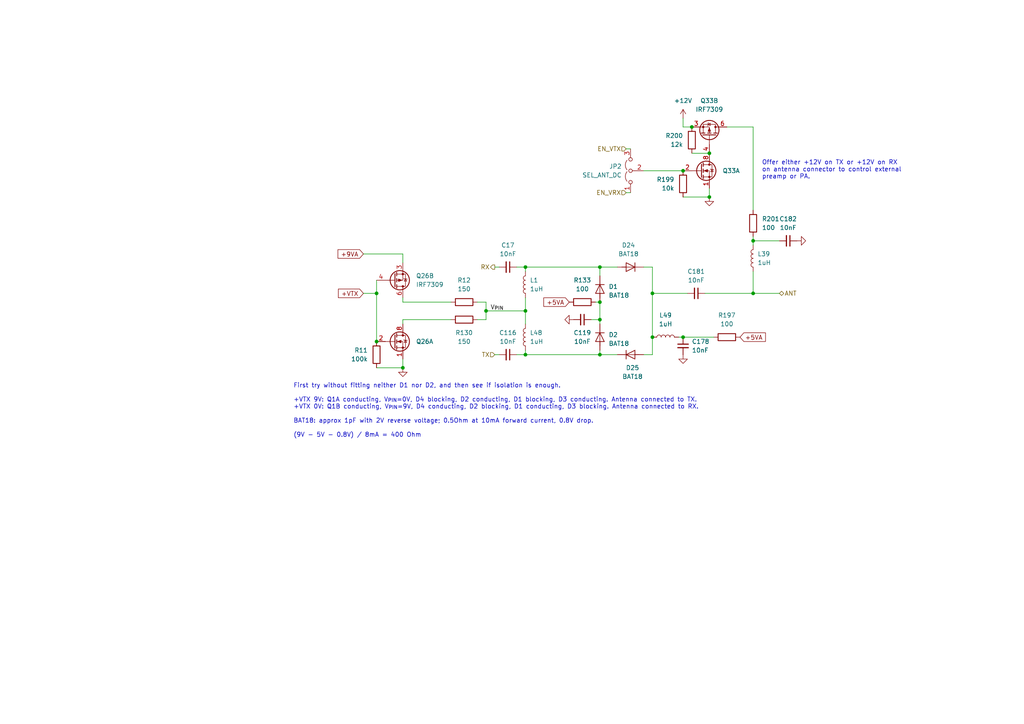
<source format=kicad_sch>
(kicad_sch (version 20211123) (generator eeschema)
  (paper "A4")
  (title_block (title "DART-70 TRX") (date "2023-03-06") (rev "0") (company "HB9EGM") (comment 1 "A 4m Band SSB/CW Transceiver"))
  (lib_symbols
    (symbol "BAT18_1" (pin_numbers hide) (pin_names (offset 0) hide)
      (property "Reference" "D" (at 0 2.54 0))
      (property "Value" "BAT18_1" (at 0 -2.54 0))
      (symbol "BAT18_1_0_1"
        (polyline (pts (xy -1.27 0) (xy 2.54 0)))
        (polyline (pts (xy -1.27 1.27) (xy -1.27 -1.27)) (stroke (width 0.2032)))
        (polyline (pts (xy 1.27 1.27) (xy 1.27 -1.27) (xy -1.27 0) (xy 1.27 1.27)) (stroke (width 0.2032)))
      )
      (symbol "BAT18_1_1_1"
        (pin passive line (at 3.81 0 180) (length 2.54) (name "A") (number "1"))
        (pin no_connect line (at -3.81 1.27 0) (length 2.54) hide (name "NC") (number "2"))
        (pin passive line (at -3.81 0 0) (length 2.54) (name "K") (number "3"))
      )
    )
    (symbol "BAT18_2" (pin_numbers hide) (pin_names (offset 0) hide)
      (property "Reference" "D" (at 0 2.54 0))
      (property "Value" "BAT18_2" (at 0 -2.54 0))
      (symbol "BAT18_2_0_1"
        (polyline (pts (xy -1.27 0) (xy 2.54 0)))
        (polyline (pts (xy -1.27 1.27) (xy -1.27 -1.27)) (stroke (width 0.2032)))
        (polyline (pts (xy 1.27 1.27) (xy 1.27 -1.27) (xy -1.27 0) (xy 1.27 1.27)) (stroke (width 0.2032)))
      )
      (symbol "BAT18_2_1_1"
        (pin passive line (at 3.81 0 180) (length 2.54) (name "A") (number "1"))
        (pin no_connect line (at -3.81 1.27 0) (length 2.54) hide (name "NC") (number "2"))
        (pin passive line (at -3.81 0 0) (length 2.54) (name "K") (number "3"))
      )
    )
    (symbol "BAT18_3" (pin_numbers hide) (pin_names (offset 0) hide)
      (property "Reference" "D" (at 0 2.54 0))
      (property "Value" "BAT18_3" (at 0 -2.54 0))
      (symbol "BAT18_3_0_1"
        (polyline (pts (xy -1.27 0) (xy 2.54 0)))
        (polyline (pts (xy -1.27 1.27) (xy -1.27 -1.27)) (stroke (width 0.2032)))
        (polyline (pts (xy 1.27 1.27) (xy 1.27 -1.27) (xy -1.27 0) (xy 1.27 1.27)) (stroke (width 0.2032)))
      )
      (symbol "BAT18_3_1_1"
        (pin passive line (at 3.81 0 180) (length 2.54) (name "A") (number "1"))
        (pin no_connect line (at -3.81 1.27 0) (length 2.54) hide (name "NC") (number "2"))
        (pin passive line (at -3.81 0 0) (length 2.54) (name "K") (number "3"))
      )
    )
    (symbol "Device:C_Small" (pin_numbers hide) (pin_names (offset 0.254) hide)
      (property "Reference" "C" (at 0.254 1.778 0))
      (property "Value" "C_Small" (at 0.254 -2.032 0))
      (symbol "C_Small_0_1"
        (polyline (pts (xy -1.524 -0.508) (xy 1.524 -0.508)) (stroke (width 0.3302)))
        (polyline (pts (xy -1.524 0.508) (xy 1.524 0.508)) (stroke (width 0.3048)))
      )
      (symbol "C_Small_1_1"
        (pin passive line (at 0 2.54 270) (length 2.032) (name "~") (number "1"))
        (pin passive line (at 0 -2.54 90) (length 2.032) (name "~") (number "2"))
      )
    )
    (symbol "Device:L" (pin_numbers hide) (pin_names (offset 1.016) hide)
      (property "Reference" "L" (at -1.27 0 90))
      (property "Value" "L" (at 1.905 0 90))
      (symbol "L_0_1"
        (arc (start 0 -2.54) (mid 0.635 -1.905) (end 0 -1.27))
        (arc (start 0 -1.27) (mid 0.635 -0.635) (end 0 0))
        (arc (start 0 0) (mid 0.635 0.635) (end 0 1.27))
        (arc (start 0 1.27) (mid 0.635 1.905) (end 0 2.54))
      )
      (symbol "L_1_1"
        (pin passive line (at 0 3.81 270) (length 1.27) (name "1") (number "1"))
        (pin passive line (at 0 -3.81 90) (length 1.27) (name "2") (number "2"))
      )
    )
    (symbol "Device:R" (pin_numbers hide) (pin_names (offset 0))
      (property "Reference" "R" (at 2.032 0 90))
      (property "Value" "R" (at 0 0 90))
      (symbol "R_0_1"
        (rectangle (start -1.016 -2.54) (end 1.016 2.54) (stroke (width 0.254)))
      )
      (symbol "R_1_1"
        (pin passive line (at 0 3.81 270) (length 1.27) (name "~") (number "1"))
        (pin passive line (at 0 -3.81 90) (length 1.27) (name "~") (number "2"))
      )
    )
    (symbol "Jumper:Jumper_3_Open" (pin_names (offset 0) hide)
      (property "Reference" "JP" (at -2.54 -2.54 0))
      (property "Value" "Jumper_3_Open" (at 0 2.794 0))
      (symbol "Jumper_3_Open_0_0"
        (circle (center -3.302 0) (radius 0.508))
        (circle (center 0 0) (radius 0.508))
        (circle (center 3.302 0) (radius 0.508))
      )
      (symbol "Jumper_3_Open_0_1"
        (arc (start -0.254 1.016) (mid -1.651 1.4992) (end -3.048 1.016))
        (polyline (pts (xy 0 -0.508) (xy 0 -1.27)))
        (arc (start 3.048 1.016) (mid 1.651 1.4992) (end 0.254 1.016))
      )
      (symbol "Jumper_3_Open_1_1"
        (pin passive line (at -6.35 0 0) (length 2.54) (name "A") (number "1"))
        (pin passive line (at 0 -3.81 90) (length 2.54) (name "C") (number "2"))
        (pin passive line (at 6.35 0 180) (length 2.54) (name "B") (number "3"))
      )
    )
    (symbol "Transistor_FET:IRF7309IPBF" (pin_names hide)
      (property "Reference" "Q" (at 5.08 1.905 0))
      (property "Value" "IRF7309IPBF" (at 5.08 0 0))
      (symbol "IRF7309IPBF_0_1"
        (polyline (pts (xy 0.254 0) (xy -2.54 0)))
        (polyline (pts (xy 0.254 1.905) (xy 0.254 -1.905)) (stroke (width 0.254)))
        (polyline (pts (xy 0.762 -1.27) (xy 0.762 -2.286)) (stroke (width 0.254)))
        (polyline (pts (xy 0.762 0.508) (xy 0.762 -0.508)) (stroke (width 0.254)))
        (polyline (pts (xy 0.762 2.286) (xy 0.762 1.27)) (stroke (width 0.254)))
        (polyline (pts (xy 2.54 2.54) (xy 2.54 1.778)))
        (polyline (pts (xy 2.54 -2.54) (xy 2.54 0) (xy 0.762 0)))
        (polyline (pts (xy 0.762 -1.778) (xy 3.302 -1.778) (xy 3.302 1.778) (xy 0.762 1.778)))
        (circle (center 1.651 0) (radius 2.794) (stroke (width 0.254)))
        (circle (center 2.54 -1.778) (radius 0.254) (fill (type outline)))
        (circle (center 2.54 1.778) (radius 0.254) (fill (type outline)))
      )
      (symbol "IRF7309IPBF_1_1"
        (polyline (pts (xy 1.016 0) (xy 2.032 0.381) (xy 2.032 -0.381) (xy 1.016 0)) (fill (type outline)))
        (polyline (pts (xy 2.794 0.508) (xy 2.921 0.381) (xy 3.683 0.381) (xy 3.81 0.254)))
        (polyline (pts (xy 3.302 0.381) (xy 2.921 -0.254) (xy 3.683 -0.254) (xy 3.302 0.381)))
        (pin passive line (at 2.54 -5.08 90) (length 2.54) (name "S") (number "1"))
        (pin input line (at -5.08 0 0) (length 2.54) (name "G") (number "2"))
        (pin passive line (at 2.54 5.08 270) (length 2.54) hide (name "D") (number "7"))
        (pin passive line (at 2.54 5.08 270) (length 2.54) (name "D") (number "8"))
      )
      (symbol "IRF7309IPBF_2_1"
        (polyline (pts (xy 2.286 0) (xy 1.27 0.381) (xy 1.27 -0.381) (xy 2.286 0)) (fill (type outline)))
        (polyline (pts (xy 2.794 -0.508) (xy 2.921 -0.381) (xy 3.683 -0.381) (xy 3.81 -0.254)))
        (polyline (pts (xy 3.302 -0.381) (xy 2.921 0.254) (xy 3.683 0.254) (xy 3.302 -0.381)))
        (pin passive line (at 2.54 -5.08 90) (length 2.54) (name "1") (number "3"))
        (pin input line (at -5.08 0 0) (length 2.54) (name "G") (number "4"))
        (pin passive line (at 2.54 5.08 270) (length 2.54) hide (name "D") (number "5"))
        (pin passive line (at 2.54 5.08 270) (length 2.54) (name "D") (number "6"))
      )
    )
    (symbol "mpb:BAT18" (pin_numbers hide) (pin_names (offset 0) hide)
      (property "Reference" "D" (at 0 2.54 0))
      (property "Value" "BAT18" (at 0 -2.54 0))
      (symbol "BAT18_0_1"
        (polyline (pts (xy -1.27 0) (xy 2.54 0)))
        (polyline (pts (xy -1.27 1.27) (xy -1.27 -1.27)) (stroke (width 0.2032)))
        (polyline (pts (xy 1.27 1.27) (xy 1.27 -1.27) (xy -1.27 0) (xy 1.27 1.27)) (stroke (width 0.2032)))
      )
      (symbol "BAT18_1_1"
        (pin passive line (at 3.81 0 180) (length 2.54) (name "A") (number "1"))
        (pin no_connect line (at -3.81 1.27 0) (length 2.54) hide (name "NC") (number "2"))
        (pin passive line (at -3.81 0 0) (length 2.54) (name "K") (number "3"))
      )
    )
    (symbol "power:+12V" (power) (pin_names (offset 0))
      (property "Value" "+12V" (at 0 3.556 0))
      (symbol "+12V_0_1"
        (polyline (pts (xy -0.762 1.27) (xy 0 2.54)))
        (polyline (pts (xy 0 0) (xy 0 2.54)))
        (polyline (pts (xy 0 2.54) (xy 0.762 1.27)))
      )
      (symbol "+12V_1_1"
        (pin power_in line (at 0 0 90) (length 0) hide (name "+12V") (number "1"))
      )
    )
    (symbol "power:GND" (power) (pin_names (offset 0))
      (property "Value" "GND" (at 0 -3.81 0))
      (symbol "GND_0_1"
        (polyline (pts (xy 0 0) (xy 0 -1.27) (xy 1.27 -1.27) (xy 0 -2.54) (xy -1.27 -1.27) (xy 0 -1.27)))
      )
      (symbol "GND_1_1"
        (pin power_in line (at 0 0 270) (length 0) hide (name "GND") (number "1"))
      )
    )
  )
  (junction (at 189.23 85.09))
  (junction (at 152.4 102.87))
  (junction (at 109.22 99.06))
  (junction (at 173.99 87.63))
  (junction (at 116.84 106.68))
  (junction (at 140.97 90.17))
  (junction (at 205.74 44.45))
  (junction (at 200.66 36.83))
  (junction (at 198.12 97.79))
  (junction (at 173.99 77.47))
  (junction (at 189.23 97.79))
  (junction (at 173.99 92.71))
  (junction (at 152.4 77.47))
  (junction (at 152.4 90.17))
  (junction (at 109.22 85.09))
  (junction (at 218.44 69.85))
  (junction (at 218.44 85.09))
  (junction (at 205.74 57.15))
  (junction (at 198.12 49.53))
  (junction (at 173.99 102.87))
  (wire (pts (xy 149.86 77.47) (xy 152.4 77.47)))
  (wire (pts (xy 189.23 97.79) (xy 189.23 102.87)))
  (wire (pts (xy 179.07 102.87) (xy 173.99 102.87)))
  (wire (pts (xy 205.74 54.61) (xy 205.74 57.15)))
  (wire (pts (xy 143.51 102.87) (xy 144.78 102.87)))
  (wire (pts (xy 149.86 102.87) (xy 152.4 102.87)))
  (wire (pts (xy 173.99 77.47) (xy 179.07 77.47)))
  (wire (pts (xy 189.23 85.09) (xy 199.39 85.09)))
  (wire (pts (xy 173.99 92.71) (xy 173.99 93.98)))
  (wire (pts (xy 181.61 43.18) (xy 182.88 43.18)))
  (wire (pts (xy 173.99 87.63) (xy 173.99 92.71)))
  (wire (pts (xy 152.4 102.87) (xy 152.4 101.6)))
  (wire (pts (xy 109.22 85.09) (xy 109.22 99.06)))
  (wire (pts (xy 109.22 81.28) (xy 109.22 85.09)))
  (wire (pts (xy 218.44 69.85) (xy 218.44 71.12)))
  (wire (pts (xy 152.4 78.74) (xy 152.4 77.47)))
  (wire (pts (xy 198.12 34.29) (xy 198.12 36.83)))
  (wire (pts (xy 198.12 36.83) (xy 200.66 36.83)))
  (wire (pts (xy 200.66 44.45) (xy 205.74 44.45)))
  (wire (pts (xy 109.22 106.68) (xy 116.84 106.68)))
  (wire (pts (xy 173.99 102.87) (xy 152.4 102.87)))
  (wire (pts (xy 173.99 80.01) (xy 173.99 77.47)))
  (wire (pts (xy 218.44 60.96) (xy 218.44 36.83)))
  (wire (pts (xy 116.84 87.63) (xy 130.81 87.63)))
  (wire (pts (xy 116.84 106.68) (xy 116.84 104.14)))
  (wire (pts (xy 218.44 36.83) (xy 210.82 36.83)))
  (wire (pts (xy 116.84 86.36) (xy 116.84 87.63)))
  (wire (pts (xy 189.23 102.87) (xy 186.69 102.87)))
  (wire (pts (xy 189.23 85.09) (xy 189.23 97.79)))
  (wire (pts (xy 198.12 97.79) (xy 207.01 97.79)))
  (wire (pts (xy 204.47 85.09) (xy 218.44 85.09)))
  (wire (pts (xy 116.84 73.66) (xy 116.84 76.2)))
  (wire (pts (xy 218.44 85.09) (xy 226.06 85.09)))
  (wire (pts (xy 105.41 73.66) (xy 116.84 73.66)))
  (wire (pts (xy 218.44 68.58) (xy 218.44 69.85)))
  (wire (pts (xy 181.61 55.88) (xy 182.88 55.88)))
  (wire (pts (xy 140.97 92.71) (xy 138.43 92.71)))
  (wire (pts (xy 152.4 90.17) (xy 152.4 93.98)))
  (wire (pts (xy 140.97 87.63) (xy 138.43 87.63)))
  (wire (pts (xy 105.41 85.09) (xy 109.22 85.09)))
  (wire (pts (xy 196.85 97.79) (xy 198.12 97.79)))
  (wire (pts (xy 218.44 78.74) (xy 218.44 85.09)))
  (wire (pts (xy 152.4 86.36) (xy 152.4 90.17)))
  (wire (pts (xy 189.23 77.47) (xy 186.69 77.47)))
  (wire (pts (xy 218.44 69.85) (xy 226.06 69.85)))
  (wire (pts (xy 173.99 102.87) (xy 173.99 101.6)))
  (wire (pts (xy 152.4 77.47) (xy 173.99 77.47)))
  (wire (pts (xy 173.99 92.71) (xy 171.45 92.71)))
  (wire (pts (xy 172.72 87.63) (xy 173.99 87.63)))
  (wire (pts (xy 116.84 92.71) (xy 116.84 93.98)))
  (wire (pts (xy 205.74 57.15) (xy 198.12 57.15)))
  (wire (pts (xy 143.51 77.47) (xy 144.78 77.47)))
  (wire (pts (xy 186.69 49.53) (xy 198.12 49.53)))
  (wire (pts (xy 140.97 90.17) (xy 152.4 90.17)))
  (wire (pts (xy 189.23 77.47) (xy 189.23 85.09)))
  (wire (pts (xy 140.97 87.63) (xy 140.97 90.17)))
  (wire (pts (xy 130.81 92.71) (xy 116.84 92.71)))
  (wire (pts (xy 140.97 90.17) (xy 140.97 92.71)))
  (text "Offer either +12V on TX or +12V on RX\non antenna connector to control external\npreamp or PA." (at 220.98 52.07 0) (effects (font (size 1.27 1.27)) (justify left bottom)))
  (text "First try without fitting neither D1 nor D2, and then see if isolation is enough.\n\n+VTX 9V: Q1A conducting, V_{PIN}=0V, D4 blocking, D2 conducting, D1 blocking, D3 conducting. Antenna connected to TX.\n+VTX 0V: Q1B conducting, V_{PIN}=9V, D4 conducting, D2 blocking, D1 conducting, D3 blocking. Antenna connected to RX.\n\nBAT18: approx 1pF with 2V reverse voltage; 0.5Ohm at 10mA forward current, 0.8V drop.\n\n(9V - 5V - 0.8V) / 8mA = 400 Ohm" (at 85.09 127 0) (effects (font (size 1.27 1.27)) (justify left bottom)))
  (label "V_{PIN}" (at 142.24 90.17 0))
  (global_label "+5VA" (shape input) (at 214.63 97.79 0) (property "Intersheet References" "${INTERSHEET_REFS}" (effects hide)))
  (global_label "+5VA" (shape input) (at 165.1 87.63 180) (property "Intersheet References" "${INTERSHEET_REFS}" (effects hide)))
  (global_label "+VTX" (shape input) (at 105.41 85.09 180) (property "Intersheet References" "${INTERSHEET_REFS}" (effects hide)))
  (global_label "+9VA" (shape input) (at 105.41 73.66 180) (property "Intersheet References" "${INTERSHEET_REFS}" (effects hide)))
  (hierarchical_label "TX" (shape input) (at 143.51 102.87 180))
  (hierarchical_label "ANT" (shape bidirectional) (at 226.06 85.09 0))
  (hierarchical_label "EN_VRX" (shape input) (at 181.61 55.88 180))
  (hierarchical_label "EN_VTX" (shape input) (at 181.61 43.18 180))
  (hierarchical_label "RX" (shape output) (at 143.51 77.47 180))
  (symbol (lib_name "BAT18_3") (lib_id "mpb:BAT18") (at 182.88 77.47 180) (unit 1)
    (property "Reference" "D24" (at 182.2958 71.12 0))
    (property "Value" "BAT18" (at 182.2958 73.66 0))
    (property "Footprint" "Package_TO_SOT_SMD:SOT-23_Handsoldering" (effects hide))
    (property "Datasheet" "/home/bram/Sync/Doc/Datasheet/BAT18-1125947.pdf" (effects hide))
    (property "Need_order" "0" (effects hide))
    (property "MPN" "BAT18" (effects hide))
  )
  (symbol (lib_id "Device:L") (at 218.44 74.93 180) (unit 1)
    (property "Reference" "L39" (at 219.71 73.6599 0) (effects (justify right)))
    (property "Value" "1uH" (at 219.71 76.1999 0) (effects (justify right)))
    (property "Footprint" "Inductor_SMD:L_1008_2520Metric_Pad1.43x2.20mm_HandSolder" (effects hide))
    (property "MPN" "LQW2UAS1R0x0CL" (effects hide))
    (property "Need_order" "0" (effects hide))
  )
  (symbol (lib_id "Transistor_FET:IRF7309IPBF") (at 203.2 49.53 0) (unit 1)
    (property "Reference" "Q33" (at 209.55 49.5299 0) (effects (justify left)))
    (property "Value" "IRF7309" (effects hide))
    (property "Footprint" "Package_SO:SOIC-8_3.9x4.9mm_P1.27mm" (effects hide))
    (property "Datasheet" "/home/bram/Sync/Doc/Datasheet/IRF7309.pdf" (effects hide))
    (property "MPN" "IRF7309TRPBF" (effects hide))
    (property "Need_order" "0" (effects hide))
  )
  (symbol (lib_id "Device:C_Small") (at 198.12 100.33 0) (mirror y) (unit 1)
    (property "Reference" "C178" (at 200.66 99.0662 0) (effects (justify right)))
    (property "Value" "10nF" (at 200.66 101.6062 0) (effects (justify right)))
    (property "Footprint" "Capacitor_SMD:C_0805_2012Metric_Pad1.18x1.45mm_HandSolder" (effects hide))
    (property "MPN" "VJ0805A103KXJTBC" (effects hide))
    (property "Need_order" "0" (effects hide))
  )
  (symbol (lib_id "power:GND") (at 116.84 106.68 0) (unit 1)
    (property "Reference" "#PWR057" (effects hide))
    (property "Value" "GND" (effects hide))
  )
  (symbol (lib_id "power:+12V") (at 198.12 34.29 0) (unit 1)
    (property "Reference" "#PWR014" (effects hide))
    (property "Value" "+12V" (at 198.12 29.21 0))
  )
  (symbol (lib_id "Device:R") (at 198.12 53.34 180) (unit 1)
    (property "Reference" "R199" (at 195.58 52.0699 0) (effects (justify left)))
    (property "Value" "10k" (at 195.58 54.6099 0) (effects (justify left)))
    (property "Footprint" "Resistor_SMD:R_0603_1608Metric_Pad0.98x0.95mm_HandSolder" (effects hide))
    (property "Need_order" "0" (effects hide))
  )
  (symbol (lib_id "Device:R") (at 218.44 64.77 180) (unit 1)
    (property "Reference" "R201" (at 220.98 63.4999 0) (effects (justify right)))
    (property "Value" "100" (at 220.98 66.0399 0) (effects (justify right)))
    (property "Footprint" "Resistor_SMD:R_0603_1608Metric_Pad0.98x0.95mm_HandSolder" (effects hide))
    (property "Need_order" "0" (effects hide))
  )
  (symbol (lib_name "BAT18_2") (lib_id "mpb:BAT18") (at 173.99 83.82 270) (unit 1)
    (property "Reference" "D1" (at 176.53 83.1341 90) (effects (justify left)))
    (property "Value" "BAT18" (at 176.53 85.6741 90) (effects (justify left)))
    (property "Footprint" "Package_TO_SOT_SMD:SOT-23_Handsoldering" (effects hide))
    (property "Datasheet" "/home/bram/Sync/Doc/Datasheet/BAT18-1125947.pdf" (effects hide))
    (property "Need_order" "0" (effects hide))
    (property "MPN" "BAT18" (effects hide))
  )
  (symbol (lib_id "Device:C_Small") (at 147.32 77.47 270) (mirror x) (unit 1)
    (property "Reference" "C17" (at 147.3136 71.12 90))
    (property "Value" "10nF" (at 147.3136 73.66 90))
    (property "Footprint" "Capacitor_SMD:C_0805_2012Metric_Pad1.18x1.45mm_HandSolder" (effects hide))
    (property "MPN" "VJ0805A103KXJTBC" (effects hide))
    (property "Need_order" "0" (effects hide))
  )
  (symbol (lib_id "Jumper:Jumper_3_Open") (at 182.88 49.53 90) (unit 1)
    (property "Reference" "JP2" (at 180.34 48.2599 90) (effects (justify left)))
    (property "Value" "SEL_ANT_DC" (at 180.34 50.7999 90) (effects (justify left)))
    (property "Footprint" "Connector_PinHeader_2.54mm:PinHeader_1x03_P2.54mm_Vertical" (effects hide))
  )
  (symbol (lib_id "Device:R") (at 134.62 92.71 270) (unit 1)
    (property "Reference" "R130" (at 134.62 96.52 90))
    (property "Value" "150" (at 134.62 99.06 90))
    (property "Footprint" "Resistor_SMD:R_0603_1608Metric_Pad0.98x0.95mm_HandSolder" (effects hide))
    (property "Need_order" "0" (effects hide))
  )
  (symbol (lib_id "Device:L") (at 152.4 97.79 180) (unit 1)
    (property "Reference" "L48" (at 153.67 96.5199 0) (effects (justify right)))
    (property "Value" "1uH" (at 153.67 99.0599 0) (effects (justify right)))
    (property "Footprint" "Inductor_SMD:L_1008_2520Metric_Pad1.43x2.20mm_HandSolder" (effects hide))
    (property "MPN" "LQW2UAS1R0x0CL" (effects hide))
    (property "Need_order" "0" (effects hide))
  )
  (symbol (lib_id "Device:C_Small") (at 201.93 85.09 270) (mirror x) (unit 1)
    (property "Reference" "C181" (at 201.9236 78.74 90))
    (property "Value" "10nF" (at 201.9236 81.28 90))
    (property "Footprint" "Capacitor_SMD:C_0805_2012Metric_Pad1.18x1.45mm_HandSolder" (effects hide))
    (property "MPN" "VJ0805A103KXJTBC" (effects hide))
    (property "Need_order" "0" (effects hide))
  )
  (symbol (lib_id "Device:R") (at 210.82 97.79 90) (unit 1)
    (property "Reference" "R197" (at 210.82 91.44 90))
    (property "Value" "100" (at 210.82 93.98 90))
    (property "Footprint" "Resistor_SMD:R_0603_1608Metric_Pad0.98x0.95mm_HandSolder" (effects hide))
    (property "Need_order" "0" (effects hide))
  )
  (symbol (lib_id "power:GND") (at 205.74 57.15 0) (unit 1)
    (property "Reference" "#PWR019" (effects hide))
    (property "Value" "GND" (effects hide))
  )
  (symbol (lib_id "Transistor_FET:IRF7309IPBF") (at 114.3 99.06 0) (unit 1)
    (property "Reference" "Q26" (at 120.65 99.0599 0) (effects (justify left)))
    (property "Value" "IRF7309" (effects hide))
    (property "Footprint" "Package_SO:SOIC-8_3.9x4.9mm_P1.27mm" (effects hide))
    (property "Datasheet" "/home/bram/Sync/Doc/Datasheet/IRF7309.pdf" (effects hide))
    (property "MPN" "IRF7309TRPBF" (effects hide))
    (property "Need_order" "0" (effects hide))
  )
  (symbol (lib_id "Transistor_FET:IRF7309IPBF") (at 114.3 81.28 0) (mirror x) (unit 2)
    (property "Reference" "Q26" (at 120.65 80.0099 0) (effects (justify left)))
    (property "Value" "IRF7309" (at 120.65 82.5499 0) (effects (justify left)))
    (property "Footprint" "Package_SO:SOIC-8_3.9x4.9mm_P1.27mm" (effects hide))
    (property "Datasheet" "/home/bram/Sync/Doc/Datasheet/IRF7309.pdf" (effects hide))
    (property "MPN" "IRF7309TRPBF" (effects hide))
    (property "Need_order" "0" (effects hide))
  )
  (symbol (lib_id "Transistor_FET:IRF7309IPBF") (at 205.74 39.37 270) (mirror x) (unit 2)
    (property "Reference" "Q33" (at 205.74 29.21 90))
    (property "Value" "IRF7309" (at 205.74 31.75 90))
    (property "Footprint" "Package_SO:SOIC-8_3.9x4.9mm_P1.27mm" (effects hide))
    (property "Datasheet" "/home/bram/Sync/Doc/Datasheet/IRF7309.pdf" (effects hide))
    (property "MPN" "IRF7309TRPBF" (effects hide))
    (property "Need_order" "0" (effects hide))
  )
  (symbol (lib_id "mpb:BAT18") (at 182.88 102.87 0) (unit 1)
    (property "Reference" "D25" (at 183.4642 106.68 0))
    (property "Value" "BAT18" (at 183.4642 109.22 0))
    (property "Footprint" "Package_TO_SOT_SMD:SOT-23_Handsoldering" (effects hide))
    (property "Datasheet" "/home/bram/Sync/Doc/Datasheet/BAT18-1125947.pdf" (effects hide))
    (property "Need_order" "0" (effects hide))
    (property "MPN" "BAT18" (effects hide))
  )
  (symbol (lib_id "Device:R") (at 200.66 40.64 0) (unit 1)
    (property "Reference" "R200" (at 198.12 39.3699 0) (effects (justify right)))
    (property "Value" "12k" (at 198.12 41.9099 0) (effects (justify right)))
    (property "Footprint" "Resistor_SMD:R_0603_1608Metric_Pad0.98x0.95mm_HandSolder" (effects hide))
    (property "Need_order" "0" (effects hide))
  )
  (symbol (lib_id "Device:L") (at 193.04 97.79 90) (unit 1)
    (property "Reference" "L49" (at 193.04 91.44 90))
    (property "Value" "1uH" (at 193.04 93.98 90))
    (property "Footprint" "Inductor_SMD:L_1008_2520Metric_Pad1.43x2.20mm_HandSolder" (effects hide))
    (property "MPN" "LQW2UAS1R0x0CL" (effects hide))
    (property "Need_order" "0" (effects hide))
  )
  (symbol (lib_id "Device:R") (at 109.22 102.87 0) (unit 1)
    (property "Reference" "R11" (at 106.68 101.5999 0) (effects (justify right)))
    (property "Value" "100k" (at 106.68 104.1399 0) (effects (justify right)))
    (property "Footprint" "Resistor_SMD:R_0603_1608Metric_Pad0.98x0.95mm_HandSolder" (effects hide))
    (property "Need_order" "0" (effects hide))
  )
  (symbol (lib_id "Device:C_Small") (at 228.6 69.85 270) (mirror x) (unit 1)
    (property "Reference" "C182" (at 228.5936 63.5 90))
    (property "Value" "10nF" (at 228.5936 66.04 90))
    (property "Footprint" "Capacitor_SMD:C_0805_2012Metric_Pad1.18x1.45mm_HandSolder" (effects hide))
    (property "MPN" "VJ0805A103KXJTBC" (effects hide))
    (property "Need_order" "0" (effects hide))
  )
  (symbol (lib_name "BAT18_1") (lib_id "mpb:BAT18") (at 173.99 97.79 270) (unit 1)
    (property "Reference" "D2" (at 176.53 97.1041 90) (effects (justify left)))
    (property "Value" "BAT18" (at 176.53 99.6441 90) (effects (justify left)))
    (property "Footprint" "Package_TO_SOT_SMD:SOT-23_Handsoldering" (effects hide))
    (property "Datasheet" "/home/bram/Sync/Doc/Datasheet/BAT18-1125947.pdf" (effects hide))
    (property "Need_order" "0" (effects hide))
    (property "MPN" "BAT18" (effects hide))
  )
  (symbol (lib_id "Device:C_Small") (at 147.32 102.87 270) (mirror x) (unit 1)
    (property "Reference" "C116" (at 147.3136 96.52 90))
    (property "Value" "10nF" (at 147.3136 99.06 90))
    (property "Footprint" "Capacitor_SMD:C_0805_2012Metric_Pad1.18x1.45mm_HandSolder" (effects hide))
    (property "MPN" "VJ0805A103KXJTBC" (effects hide))
    (property "Need_order" "0" (effects hide))
  )
  (symbol (lib_id "power:GND") (at 166.37 92.71 270) (unit 1)
    (property "Reference" "#PWR060" (effects hide))
    (property "Value" "GND" (effects hide))
  )
  (symbol (lib_id "Device:R") (at 168.91 87.63 270) (unit 1)
    (property "Reference" "R133" (at 168.91 81.28 90))
    (property "Value" "100" (at 168.91 83.82 90))
    (property "Footprint" "Resistor_SMD:R_0603_1608Metric_Pad0.98x0.95mm_HandSolder" (effects hide))
    (property "Need_order" "0" (effects hide))
  )
  (symbol (lib_id "Device:C_Small") (at 168.91 92.71 270) (mirror x) (unit 1)
    (property "Reference" "C119" (at 168.9036 96.52 90))
    (property "Value" "10nF" (at 168.9036 99.06 90))
    (property "Footprint" "Capacitor_SMD:C_0805_2012Metric_Pad1.18x1.45mm_HandSolder" (effects hide))
    (property "MPN" "VJ0805A103KXJTBC" (effects hide))
    (property "Need_order" "0" (effects hide))
  )
  (symbol (lib_id "power:GND") (at 231.14 69.85 90) (unit 1)
    (property "Reference" "#PWR020" (effects hide))
    (property "Value" "GND" (effects hide))
  )
  (symbol (lib_id "power:GND") (at 198.12 102.87 0) (unit 1)
    (property "Reference" "#PWR06" (effects hide))
    (property "Value" "GND" (effects hide))
  )
  (symbol (lib_id "Device:L") (at 152.4 82.55 180) (unit 1)
    (property "Reference" "L1" (at 153.67 81.2799 0) (effects (justify right)))
    (property "Value" "1uH" (at 153.67 83.8199 0) (effects (justify right)))
    (property "Footprint" "Inductor_SMD:L_1008_2520Metric_Pad1.43x2.20mm_HandSolder" (effects hide))
    (property "MPN" "LQW2UAS1R0x0CL" (effects hide))
    (property "Need_order" "0" (effects hide))
  )
  (symbol (lib_id "Device:R") (at 134.62 87.63 270) (unit 1)
    (property "Reference" "R12" (at 134.62 81.28 90))
    (property "Value" "150" (at 134.62 83.82 90))
    (property "Footprint" "Resistor_SMD:R_0603_1608Metric_Pad0.98x0.95mm_HandSolder" (effects hide))
    (property "Need_order" "0" (effects hide))
  )
)
</source>
